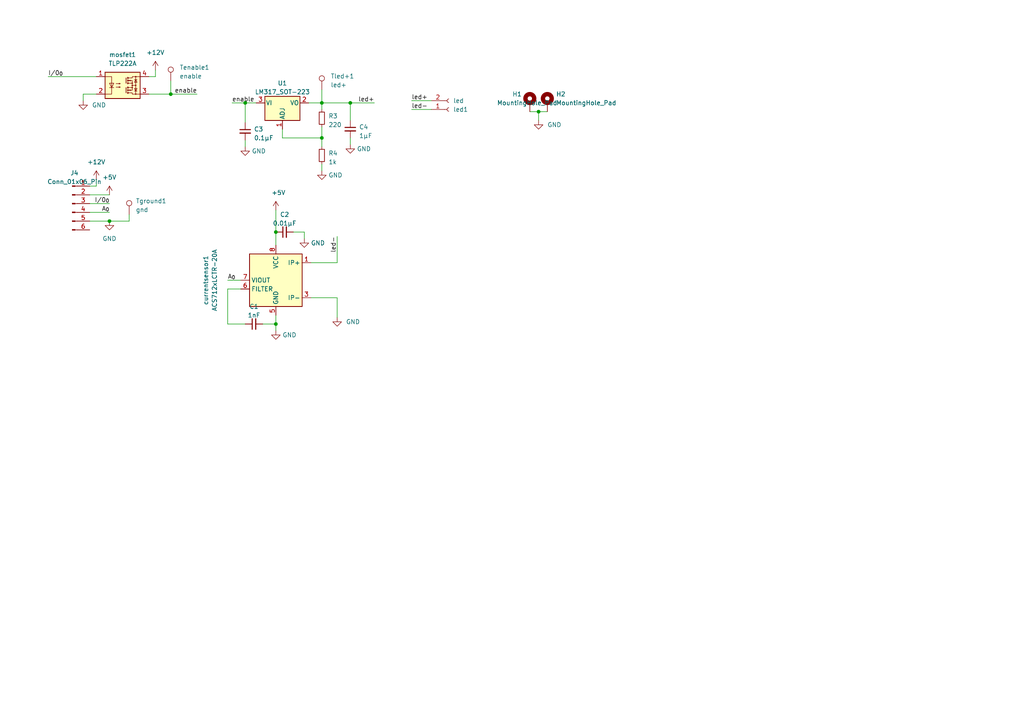
<source format=kicad_sch>
(kicad_sch (version 20230121) (generator eeschema)
  (paper "A4")
  (lib_symbols
    (symbol "+12V_1" (power) (pin_names (offset 0))
      (property "Value" "+12V_1" (at 0 3.556 0))
      (symbol "+12V_1_0_1"
        (polyline (pts (xy -0.762 1.27) (xy 0 2.54)))
        (polyline (pts (xy 0 0) (xy 0 2.54)))
        (polyline (pts (xy 0 2.54) (xy 0.762 1.27)))
      )
      (symbol "+12V_1_1_1"
        (pin power_in line (at 0 0 90) (length 0) hide (name "+12V") (number "1"))
      )
    )
    (symbol "Connector:Conn_01x02_Female" (pin_names (offset 1.016) hide)
      (property "Reference" "J" (at 0 2.54 0))
      (property "Value" "Conn_01x02_Female" (at 0 -5.08 0))
      (symbol "Conn_01x02_Female_1_1"
        (arc (start 0 -2.032) (mid -0.5058 -2.54) (end 0 -3.048) (stroke (width 0.1524)))
        (polyline (pts (xy -1.27 -2.54) (xy -0.508 -2.54)) (stroke (width 0.1524)))
        (polyline (pts (xy -1.27 0) (xy -0.508 0)) (stroke (width 0.1524)))
        (arc (start 0 0.508) (mid -0.5058 0) (end 0 -0.508) (stroke (width 0.1524)))
        (pin passive line (at -5.08 0 0) (length 3.81) (name "Pin_1") (number "1"))
        (pin passive line (at -5.08 -2.54 0) (length 3.81) (name "Pin_2") (number "2"))
      )
    )
    (symbol "Connector:Conn_01x06_Pin" (pin_names (offset 1.016) hide)
      (property "Reference" "J" (at 0 7.62 0))
      (property "Value" "Conn_01x06_Pin" (at 0 -10.16 0))
      (symbol "Conn_01x06_Pin_1_1"
        (polyline (pts (xy 1.27 -7.62) (xy 0.8636 -7.62)) (stroke (width 0.1524)))
        (polyline (pts (xy 1.27 -5.08) (xy 0.8636 -5.08)) (stroke (width 0.1524)))
        (polyline (pts (xy 1.27 -2.54) (xy 0.8636 -2.54)) (stroke (width 0.1524)))
        (polyline (pts (xy 1.27 0) (xy 0.8636 0)) (stroke (width 0.1524)))
        (polyline (pts (xy 1.27 2.54) (xy 0.8636 2.54)) (stroke (width 0.1524)))
        (polyline (pts (xy 1.27 5.08) (xy 0.8636 5.08)) (stroke (width 0.1524)))
        (rectangle (start 0.8636 -7.493) (end 0 -7.747) (stroke (width 0.1524)) (fill (type outline)))
        (rectangle (start 0.8636 -4.953) (end 0 -5.207) (stroke (width 0.1524)) (fill (type outline)))
        (rectangle (start 0.8636 -2.413) (end 0 -2.667) (stroke (width 0.1524)) (fill (type outline)))
        (rectangle (start 0.8636 0.127) (end 0 -0.127) (stroke (width 0.1524)) (fill (type outline)))
        (rectangle (start 0.8636 2.667) (end 0 2.413) (stroke (width 0.1524)) (fill (type outline)))
        (rectangle (start 0.8636 5.207) (end 0 4.953) (stroke (width 0.1524)) (fill (type outline)))
        (pin passive line (at 5.08 5.08 180) (length 3.81) (name "Pin_1") (number "1"))
        (pin passive line (at 5.08 2.54 180) (length 3.81) (name "Pin_2") (number "2"))
        (pin passive line (at 5.08 0 180) (length 3.81) (name "Pin_3") (number "3"))
        (pin passive line (at 5.08 -2.54 180) (length 3.81) (name "Pin_4") (number "4"))
        (pin passive line (at 5.08 -5.08 180) (length 3.81) (name "Pin_5") (number "5"))
        (pin passive line (at 5.08 -7.62 180) (length 3.81) (name "Pin_6") (number "6"))
      )
    )
    (symbol "Connector:TestPoint" (pin_numbers hide) (pin_names (offset 0.762) hide)
      (property "Reference" "TP" (at 0 6.858 0))
      (property "Value" "TestPoint" (at 0 5.08 0))
      (symbol "TestPoint_0_1"
        (circle (center 0 3.302) (radius 0.762))
      )
      (symbol "TestPoint_1_1"
        (pin passive line (at 0 0 90) (length 2.54) (name "1") (number "1"))
      )
    )
    (symbol "Device:C_Small" (pin_numbers hide) (pin_names (offset 0.254) hide)
      (property "Reference" "C" (at 0.254 1.778 0))
      (property "Value" "C_Small" (at 0.254 -2.032 0))
      (symbol "C_Small_0_1"
        (polyline (pts (xy -1.524 -0.508) (xy 1.524 -0.508)) (stroke (width 0.3302)))
        (polyline (pts (xy -1.524 0.508) (xy 1.524 0.508)) (stroke (width 0.3048)))
      )
      (symbol "C_Small_1_1"
        (pin passive line (at 0 2.54 270) (length 2.032) (name "~") (number "1"))
        (pin passive line (at 0 -2.54 90) (length 2.032) (name "~") (number "2"))
      )
    )
    (symbol "Device:R_Small" (pin_numbers hide) (pin_names (offset 0.254) hide)
      (property "Reference" "R" (at 0.762 0.508 0))
      (property "Value" "R_Small" (at 0.762 -1.016 0))
      (symbol "R_Small_0_1"
        (rectangle (start -0.762 1.778) (end 0.762 -1.778) (stroke (width 0.2032)))
      )
      (symbol "R_Small_1_1"
        (pin passive line (at 0 2.54 270) (length 0.762) (name "~") (number "1"))
        (pin passive line (at 0 -2.54 90) (length 0.762) (name "~") (number "2"))
      )
    )
    (symbol "Mechanical:MountingHole_Pad" (pin_numbers hide) (pin_names (offset 1.016) hide)
      (property "Reference" "H" (at 0 6.35 0))
      (property "Value" "MountingHole_Pad" (at 0 4.445 0))
      (symbol "MountingHole_Pad_0_1"
        (circle (center 0 1.27) (radius 1.27) (stroke (width 1.27)))
      )
      (symbol "MountingHole_Pad_1_1"
        (pin input line (at 0 -2.54 90) (length 2.54) (name "1") (number "1"))
      )
    )
    (symbol "Regulator_Linear:LM317_SOT-223" (pin_names (offset 0.254))
      (property "Reference" "U" (at -3.81 3.175 0))
      (property "Value" "LM317_SOT-223" (at 0 3.175 0))
      (symbol "LM317_SOT-223_0_1"
        (rectangle (start -5.08 1.905) (end 5.08 -5.08) (stroke (width 0.254)) (fill (type background)))
      )
      (symbol "LM317_SOT-223_1_1"
        (pin input line (at 0 -7.62 90) (length 2.54) (name "ADJ") (number "1"))
        (pin power_out line (at 7.62 0 180) (length 2.54) (name "VO") (number "2"))
        (pin power_in line (at -7.62 0 0) (length 2.54) (name "VI") (number "3"))
      )
    )
    (symbol "Relay_SolidState:TLP222A"
      (property "Reference" "U" (at -5.08 5.08 0))
      (property "Value" "TLP222A" (at 0 5.08 0))
      (symbol "TLP222A_0_1"
        (rectangle (start -5.08 3.81) (end 5.08 -3.81) (stroke (width 0.254)) (fill (type background)))
        (polyline (pts (xy -3.81 -0.635) (xy -2.54 -0.635)))
        (polyline (pts (xy 1.016 -0.635) (xy 1.016 -2.159)) (stroke (width 0.2032)))
        (polyline (pts (xy 1.016 2.159) (xy 1.016 0.635)) (stroke (width 0.2032)))
        (polyline (pts (xy 1.524 -0.508) (xy 1.524 -0.762)) (stroke (width 0.3556)))
        (polyline (pts (xy 2.794 0) (xy 3.81 0)))
        (polyline (pts (xy 3.429 -1.651) (xy 4.191 -1.651)))
        (polyline (pts (xy 3.429 1.651) (xy 4.191 1.651)))
        (polyline (pts (xy 3.81 -2.54) (xy 3.81 2.54)))
        (polyline (pts (xy 1.524 -2.032) (xy 1.524 -2.286) (xy 1.524 -2.286)) (stroke (width 0.3556)))
        (polyline (pts (xy 1.524 -1.27) (xy 1.524 -1.524) (xy 1.524 -1.524)) (stroke (width 0.3556)))
        (polyline (pts (xy 1.524 0.762) (xy 1.524 0.508) (xy 1.524 0.508)) (stroke (width 0.3556)))
        (polyline (pts (xy 1.524 1.524) (xy 1.524 1.27) (xy 1.524 1.27)) (stroke (width 0.3556)))
        (polyline (pts (xy 1.524 2.286) (xy 1.524 2.032) (xy 1.524 2.032)) (stroke (width 0.3556)))
        (polyline (pts (xy 1.651 -1.397) (xy 2.794 -1.397) (xy 2.794 -0.635)))
        (polyline (pts (xy 1.651 1.397) (xy 2.794 1.397) (xy 2.794 0.635)))
        (polyline (pts (xy -5.08 2.54) (xy -3.175 2.54) (xy -3.175 -2.54) (xy -5.08 -2.54)))
        (polyline (pts (xy -3.175 -0.635) (xy -3.81 0.635) (xy -2.54 0.635) (xy -3.175 -0.635)))
        (polyline (pts (xy 1.651 -2.159) (xy 2.794 -2.159) (xy 2.794 -2.54) (xy 5.08 -2.54)))
        (polyline (pts (xy 1.651 -0.635) (xy 2.794 -0.635) (xy 2.794 0.635) (xy 1.651 0.635)))
        (polyline (pts (xy 1.651 2.159) (xy 2.794 2.159) (xy 2.794 2.54) (xy 5.08 2.54)))
        (polyline (pts (xy 1.778 -1.397) (xy 2.286 -1.27) (xy 2.286 -1.524) (xy 1.778 -1.397)))
        (polyline (pts (xy 1.778 1.397) (xy 2.286 1.524) (xy 2.286 1.27) (xy 1.778 1.397)))
        (polyline (pts (xy 3.81 -1.651) (xy 3.429 -0.889) (xy 4.191 -0.889) (xy 3.81 -1.651)))
        (polyline (pts (xy 3.81 1.651) (xy 3.429 0.889) (xy 4.191 0.889) (xy 3.81 1.651)))
        (polyline (pts (xy -1.905 -0.508) (xy -0.635 -0.508) (xy -1.016 -0.635) (xy -1.016 -0.381) (xy -0.635 -0.508)))
        (polyline (pts (xy -1.905 0.508) (xy -0.635 0.508) (xy -1.016 0.381) (xy -1.016 0.635) (xy -0.635 0.508)))
        (circle (center 2.794 -0.635) (radius 0.127))
        (circle (center 2.794 0) (radius 0.127))
        (circle (center 2.794 0.635) (radius 0.127))
        (circle (center 3.81 -2.54) (radius 0.127))
        (circle (center 3.81 0) (radius 0.127))
        (circle (center 3.81 2.54) (radius 0.127))
      )
      (symbol "TLP222A_1_1"
        (pin passive line (at -7.62 2.54 0) (length 2.54) (name "~") (number "1"))
        (pin passive line (at -7.62 -2.54 0) (length 2.54) (name "~") (number "2"))
        (pin passive line (at 7.62 -2.54 180) (length 2.54) (name "~") (number "3"))
        (pin passive line (at 7.62 2.54 180) (length 2.54) (name "~") (number "4"))
      )
    )
    (symbol "Sensor_Current:ACS712xLCTR-20A"
      (property "Reference" "U" (at 2.54 11.43 0))
      (property "Value" "ACS712xLCTR-20A" (at 2.54 8.89 0))
      (symbol "ACS712xLCTR-20A_0_1"
        (rectangle (start -7.62 7.62) (end 7.62 -7.62) (stroke (width 0.254)) (fill (type background)))
      )
      (symbol "ACS712xLCTR-20A_1_1"
        (pin passive line (at -10.16 5.08 0) (length 2.54) (name "IP+") (number "1"))
        (pin passive line (at -10.16 5.08 0) (length 2.54) hide (name "IP+") (number "2"))
        (pin passive line (at -10.16 -5.08 0) (length 2.54) (name "IP-") (number "3"))
        (pin passive line (at -10.16 -5.08 0) (length 2.54) hide (name "IP-") (number "4"))
        (pin power_in line (at 0 -10.16 90) (length 2.54) (name "GND") (number "5"))
        (pin passive line (at 10.16 -2.54 180) (length 2.54) (name "FILTER") (number "6"))
        (pin output line (at 10.16 0 180) (length 2.54) (name "VIOUT") (number "7"))
        (pin power_in line (at 0 10.16 270) (length 2.54) (name "VCC") (number "8"))
      )
    )
    (symbol "power:+12V" (power) (pin_names (offset 0))
      (property "Value" "+12V" (at 0 3.556 0))
      (symbol "+12V_0_1"
        (polyline (pts (xy -0.762 1.27) (xy 0 2.54)))
        (polyline (pts (xy 0 0) (xy 0 2.54)))
        (polyline (pts (xy 0 2.54) (xy 0.762 1.27)))
      )
      (symbol "+12V_1_1"
        (pin power_in line (at 0 0 90) (length 0) hide (name "+12V") (number "1"))
      )
    )
    (symbol "power:+5V" (power) (pin_names (offset 0))
      (property "Value" "+5V" (at 0 3.556 0))
      (symbol "+5V_0_1"
        (polyline (pts (xy -0.762 1.27) (xy 0 2.54)))
        (polyline (pts (xy 0 0) (xy 0 2.54)))
        (polyline (pts (xy 0 2.54) (xy 0.762 1.27)))
      )
      (symbol "+5V_1_1"
        (pin power_in line (at 0 0 90) (length 0) hide (name "+5V") (number "1"))
      )
    )
    (symbol "power:GND" (power) (pin_names (offset 0))
      (property "Value" "GND" (at 0 -3.81 0))
      (symbol "GND_0_1"
        (polyline (pts (xy 0 0) (xy 0 -1.27) (xy 1.27 -1.27) (xy 0 -2.54) (xy -1.27 -1.27) (xy 0 -1.27)))
      )
      (symbol "GND_1_1"
        (pin power_in line (at 0 0 270) (length 0) hide (name "GND") (number "1"))
      )
    )
  )
  (junction (at 156.21 32.385))
  (junction (at 80.01 67.31))
  (junction (at 101.6 29.845))
  (junction (at 31.75 64.135))
  (junction (at 80.01 93.98))
  (junction (at 71.12 29.845))
  (junction (at 93.345 40.005))
  (junction (at 93.345 29.845))
  (junction (at 49.53 27.305))
  (wire (pts (xy 45.085 22.225) (xy 45.085 20.32)))
  (wire (pts (xy 156.21 32.385) (xy 158.75 32.385)))
  (wire (pts (xy 27.94 53.975) (xy 27.94 52.07)))
  (wire (pts (xy 43.18 27.305) (xy 49.53 27.305)))
  (wire (pts (xy 81.915 40.005) (xy 93.345 40.005)))
  (wire (pts (xy 26.035 59.055) (xy 31.75 59.055)))
  (wire (pts (xy 13.97 22.225) (xy 27.94 22.225)))
  (wire (pts (xy 43.18 22.225) (xy 45.085 22.225)))
  (wire (pts (xy 119.38 31.75) (xy 125.095 31.75)))
  (wire (pts (xy 26.035 61.595) (xy 31.75 61.595)))
  (wire (pts (xy 97.79 68.58) (xy 97.79 76.2)))
  (wire (pts (xy 49.53 23.495) (xy 49.53 27.305)))
  (wire (pts (xy 80.01 71.12) (xy 80.01 67.31)))
  (wire (pts (xy 90.17 86.36) (xy 97.79 86.36)))
  (wire (pts (xy 74.295 29.845) (xy 71.12 29.845)))
  (wire (pts (xy 66.04 83.82) (xy 69.85 83.82)))
  (wire (pts (xy 80.01 93.98) (xy 80.01 91.44)))
  (wire (pts (xy 66.04 83.82) (xy 66.04 93.98)))
  (wire (pts (xy 71.12 40.64) (xy 71.12 42.545)))
  (wire (pts (xy 93.345 26.035) (xy 93.345 29.845)))
  (wire (pts (xy 66.04 93.98) (xy 71.12 93.98)))
  (wire (pts (xy 97.79 76.2) (xy 90.17 76.2)))
  (wire (pts (xy 24.13 27.305) (xy 27.94 27.305)))
  (wire (pts (xy 93.345 36.83) (xy 93.345 40.005)))
  (wire (pts (xy 71.12 29.845) (xy 71.12 35.56)))
  (wire (pts (xy 24.13 29.21) (xy 24.13 27.305)))
  (wire (pts (xy 93.345 29.845) (xy 101.6 29.845)))
  (wire (pts (xy 101.6 29.845) (xy 101.6 34.925)))
  (wire (pts (xy 71.12 29.845) (xy 67.31 29.845)))
  (wire (pts (xy 49.53 27.305) (xy 57.15 27.305)))
  (wire (pts (xy 119.38 29.21) (xy 125.095 29.21)))
  (wire (pts (xy 153.67 32.385) (xy 156.21 32.385)))
  (wire (pts (xy 26.035 64.135) (xy 31.75 64.135)))
  (wire (pts (xy 93.345 40.005) (xy 93.345 42.545)))
  (wire (pts (xy 88.265 67.31) (xy 88.265 69.215)))
  (wire (pts (xy 37.465 62.23) (xy 37.465 64.135)))
  (wire (pts (xy 80.01 93.98) (xy 80.01 95.885)))
  (wire (pts (xy 89.535 29.845) (xy 93.345 29.845)))
  (wire (pts (xy 37.465 64.135) (xy 31.75 64.135)))
  (wire (pts (xy 97.79 86.36) (xy 97.79 92.075)))
  (wire (pts (xy 26.035 53.975) (xy 27.94 53.975)))
  (wire (pts (xy 81.915 37.465) (xy 81.915 40.005)))
  (wire (pts (xy 101.6 29.845) (xy 108.585 29.845)))
  (wire (pts (xy 156.21 32.385) (xy 156.21 34.925)))
  (wire (pts (xy 85.09 67.31) (xy 88.265 67.31)))
  (wire (pts (xy 101.6 40.005) (xy 101.6 41.91)))
  (wire (pts (xy 26.035 56.515) (xy 31.75 56.515)))
  (wire (pts (xy 76.2 93.98) (xy 80.01 93.98)))
  (wire (pts (xy 80.01 67.31) (xy 80.01 60.96)))
  (wire (pts (xy 66.04 81.28) (xy 69.85 81.28)))
  (wire (pts (xy 93.345 47.625) (xy 93.345 49.53)))
  (wire (pts (xy 93.345 29.845) (xy 93.345 31.75)))
  (label "A_{0}" (at 31.75 61.595 180))
  (label "enable" (at 57.15 27.305 180))
  (label "led+" (at 119.38 29.21 0))
  (label "I{slash}0_{0}" (at 31.75 59.055 180))
  (label "enable" (at 67.31 29.845 0))
  (label "led-" (at 119.38 31.75 0))
  (label "led-" (at 97.79 68.58 270))
  (label "I{slash}0_{0}" (at 13.97 22.225 0))
  (label "led+" (at 108.585 29.845 180))
  (label "A_{0}" (at 66.04 81.28 0))
  (symbol (lib_id "power:GND") (at 156.21 34.925 0) (unit 1)
    (property "Reference" "#PWR0111" (effects hide))
    (property "Value" "GND" (at 158.75 36.1949 0) (effects (justify left)))
  )
  (symbol (lib_id "Device:R_Small") (at 93.345 45.085 180) (unit 1)
    (property "Reference" "R4" (at 95.25 44.45 0) (effects (justify right)))
    (property "Value" "1k" (at 95.25 46.99 0) (effects (justify right)))
    (property "Footprint" "Resistor_SMD:R_0805_2012Metric_Pad1.20x1.40mm_HandSolder" (effects hide))
  )
  (symbol (lib_id "Relay_SolidState:TLP222A") (at 35.56 24.765 0) (unit 1)
    (property "Reference" "mosfet1" (at 35.56 15.875 0))
    (property "Value" "TLP222A" (at 35.56 18.415 0))
    (property "Footprint" "own-footprints:AQY211EHAZ" (effects hide))
    (property "Datasheet" "https://toshiba.semicon-storage.com/info/docget.jsp?did=17036&prodName=TLP222A" (effects hide))
  )
  (symbol (lib_id "power:GND") (at 101.6 41.91 0) (mirror y) (unit 1)
    (property "Reference" "#PWR06" (effects hide))
    (property "Value" "GND" (at 103.505 43.1799 0) (effects (justify right)))
  )
  (symbol (lib_id "power:+5V") (at 31.75 56.515 0) (unit 1)
    (property "Reference" "#PWR04" (effects hide))
    (property "Value" "+5V" (at 31.75 51.435 0))
  )
  (symbol (lib_id "power:GND") (at 80.01 95.885 0) (mirror y) (unit 1)
    (property "Reference" "#PWR0101" (effects hide))
    (property "Value" "GND" (at 81.915 97.1549 0) (effects (justify right)))
  )
  (symbol (lib_id "power:GND") (at 31.75 64.135 0) (unit 1)
    (property "Reference" "#PWR07" (effects hide))
    (property "Value" "GND" (at 31.75 69.215 0))
  )
  (symbol (lib_id "power:GND") (at 88.265 69.215 0) (mirror y) (unit 1)
    (property "Reference" "#PWR0108" (effects hide))
    (property "Value" "GND" (at 90.17 70.4849 0) (effects (justify right)))
  )
  (symbol (lib_id "power:GND") (at 24.13 29.21 0) (unit 1)
    (property "Reference" "#PWR0110" (effects hide))
    (property "Value" "GND" (at 26.67 30.4799 0) (effects (justify left)))
  )
  (symbol (lib_id "power:GND") (at 93.345 49.53 0) (mirror y) (unit 1)
    (property "Reference" "#PWR09" (effects hide))
    (property "Value" "GND" (at 95.25 50.7999 0) (effects (justify right)))
  )
  (symbol (lib_id "Regulator_Linear:LM317_SOT-223") (at 81.915 29.845 0) (unit 1)
    (property "Reference" "U1" (at 81.915 24.13 0))
    (property "Value" "LM317_SOT-223" (at 81.915 26.67 0))
    (property "Footprint" "Package_TO_SOT_SMD:SOT-223-3_TabPin2" (effects hide))
    (property "Datasheet" "http://www.ti.com/lit/ds/symlink/lm317.pdf" (effects hide))
  )
  (symbol (lib_id "Device:C_Small") (at 73.66 93.98 90) (mirror x) (unit 1)
    (property "Reference" "C1" (at 73.6663 88.9 90))
    (property "Value" "1nF" (at 73.6663 91.44 90))
    (property "Footprint" "Capacitor_SMD:C_0805_2012Metric_Pad1.18x1.45mm_HandSolder" (effects hide))
  )
  (symbol (lib_id "Device:R_Small") (at 93.345 34.29 180) (unit 1)
    (property "Reference" "R3" (at 95.25 33.655 0) (effects (justify right)))
    (property "Value" "220" (at 95.25 36.195 0) (effects (justify right)))
    (property "Footprint" "Resistor_SMD:R_0805_2012Metric_Pad1.20x1.40mm_HandSolder" (effects hide))
  )
  (symbol (lib_id "power:GND") (at 97.79 92.075 0) (unit 1)
    (property "Reference" "#PWR03" (effects hide))
    (property "Value" "GND" (at 100.33 93.3449 0) (effects (justify left)))
  )
  (symbol (lib_id "Connector:TestPoint") (at 93.345 26.035 0) (unit 1)
    (property "Reference" "Tled+1" (at 95.885 22.098 0) (effects (justify left)))
    (property "Value" "led+" (at 95.885 24.638 0) (effects (justify left)))
    (property "Footprint" "TestPoint:TestPoint_Pad_1.5x1.5mm" (effects hide))
  )
  (symbol (lib_id "power:+12V") (at 27.94 52.07 0) (unit 1)
    (property "Reference" "#PWR02" (effects hide))
    (property "Value" "+12V" (at 27.94 46.99 0))
  )
  (symbol (lib_id "Device:C_Small") (at 101.6 37.465 0) (unit 1)
    (property "Reference" "C4" (at 104.14 36.8363 0) (effects (justify left)))
    (property "Value" "1µF" (at 104.14 39.3763 0) (effects (justify left)))
    (property "Footprint" "Capacitor_SMD:C_0805_2012Metric_Pad1.18x1.45mm_HandSolder" (effects hide))
  )
  (symbol (lib_id "Connector:TestPoint") (at 37.465 62.23 0) (unit 1)
    (property "Reference" "Tground1" (at 39.37 58.293 0) (effects (justify left)))
    (property "Value" "gnd" (at 39.37 60.833 0) (effects (justify left)))
    (property "Footprint" "TestPoint:TestPoint_Pad_1.5x1.5mm" (effects hide))
  )
  (symbol (lib_name "+12V_1") (lib_id "power:+12V") (at 45.085 20.32 0) (unit 1)
    (property "Reference" "#PWR01" (effects hide))
    (property "Value" "+12V" (at 45.085 15.24 0))
  )
  (symbol (lib_id "Mechanical:MountingHole_Pad") (at 158.75 29.845 0) (unit 1)
    (property "Reference" "H2" (at 161.29 27.3049 0) (effects (justify left)))
    (property "Value" "MountingHole_Pad" (at 161.29 29.8449 0) (effects (justify left)))
    (property "Footprint" "MountingHole:MountingHole_2.5mm" (effects hide))
  )
  (symbol (lib_id "Device:C_Small") (at 82.55 67.31 90) (mirror x) (unit 1)
    (property "Reference" "C2" (at 82.5563 62.23 90))
    (property "Value" "0.01µF" (at 82.5563 64.77 90))
    (property "Footprint" "Capacitor_SMD:C_0805_2012Metric_Pad1.18x1.45mm_HandSolder" (effects hide))
  )
  (symbol (lib_id "Sensor_Current:ACS712xLCTR-20A") (at 80.01 81.28 0) (mirror y) (unit 1)
    (property "Reference" "currentsensor1" (at 59.69 81.28 90))
    (property "Value" "ACS712xLCTR-20A" (at 62.23 81.28 90))
    (property "Footprint" "Package_SO:SOIC-8_3.9x4.9mm_P1.27mm" (effects hide))
    (property "Datasheet" "http://www.allegromicro.com/~/media/Files/Datasheets/ACS712-Datasheet.ashx?la=en" (effects hide))
  )
  (symbol (lib_id "power:+5V") (at 80.01 60.96 0) (mirror y) (unit 1)
    (property "Reference" "#PWR0106" (effects hide))
    (property "Value" "+5V" (at 78.74 55.88 0) (effects (justify right)))
  )
  (symbol (lib_id "Device:C_Small") (at 71.12 38.1 0) (unit 1)
    (property "Reference" "C3" (at 73.66 37.4713 0) (effects (justify left)))
    (property "Value" "0.1µF" (at 73.66 40.0113 0) (effects (justify left)))
    (property "Footprint" "Capacitor_SMD:C_0805_2012Metric_Pad1.18x1.45mm_HandSolder" (effects hide))
  )
  (symbol (lib_id "power:GND") (at 71.12 42.545 0) (mirror y) (unit 1)
    (property "Reference" "#PWR05" (effects hide))
    (property "Value" "GND" (at 73.025 43.8149 0) (effects (justify right)))
  )
  (symbol (lib_id "Connector:TestPoint") (at 49.53 23.495 0) (unit 1)
    (property "Reference" "Tenable1" (at 52.07 19.558 0) (effects (justify left)))
    (property "Value" "enable" (at 52.07 22.098 0) (effects (justify left)))
    (property "Footprint" "TestPoint:TestPoint_Pad_1.5x1.5mm" (effects hide))
  )
  (symbol (lib_id "Mechanical:MountingHole_Pad") (at 153.67 29.845 0) (unit 1)
    (property "Reference" "H1" (at 148.59 27.305 0) (effects (justify left)))
    (property "Value" "MountingHole_Pad" (at 144.145 29.845 0) (effects (justify left)))
    (property "Footprint" "MountingHole:MountingHole_2.5mm" (effects hide))
  )
  (symbol (lib_id "Connector:Conn_01x02_Female") (at 130.175 31.75 0) (mirror x) (unit 1)
    (property "Reference" "led1" (at 131.445 31.7501 0) (effects (justify left)))
    (property "Value" "led" (at 131.445 29.2101 0) (effects (justify left)))
    (property "Footprint" "TerminalBlock_Phoenix:TerminalBlock_Phoenix_PT-1,5-2-5.0-H_1x02_P5.00mm_Horizontal" (effects hide))
  )
  (symbol (lib_id "Connector:Conn_01x06_Pin") (at 20.955 59.055 0) (unit 1)
    (property "Reference" "J4" (at 21.59 50.165 0))
    (property "Value" "Conn_01x06_Pin" (at 21.59 52.705 0))
    (property "Footprint" "Connector_PinHeader_2.54mm:PinHeader_1x06_P2.54mm_Vertical" (effects hide))
  )
)
</source>
